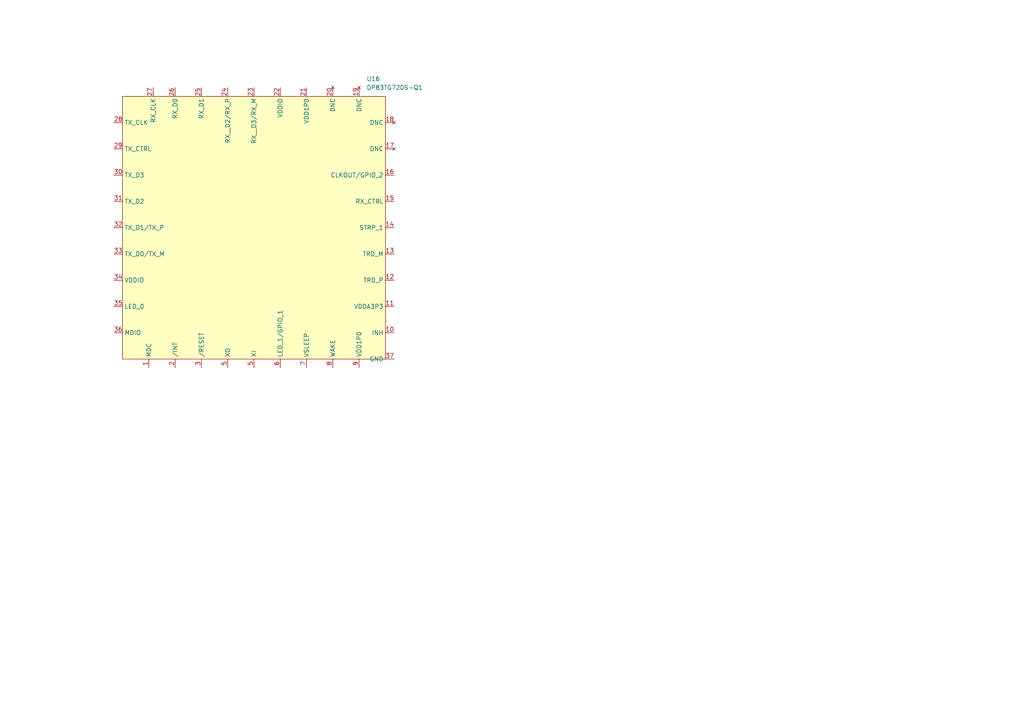
<source format=kicad_sch>
(kicad_sch (version 20250114) (generator "eeschema") (generator_version "9.0")
  (paper "A4")
  (lib_symbols
    (symbol "Bluesat:DP83TG720S-Q1"
      (property "Reference" "U" (at 41.402 42.926 0))
      (property "Value" "DP83TG720S-Q1" (at 42.418 40.64 0))
      (symbol "DP83TG720S-Q1_0_1"
        (polyline (pts (xy -38.1 38.1) (xy -38.1 -38.1) (xy 38.1 -38.1) (xy 38.1 38.1) (xy -38.1 38.1)) (fill (type background)))
      )
      (symbol "DP83TG720S-Q1_1_1"
        (pin input line (at -40.64 30.48 0) (length 2.54) (name "TX_CLK") (number "28"))
        (pin input line (at -40.64 22.86 0) (length 2.54) (name "TX_CTRL") (number "29"))
        (pin input line (at -40.64 15.24 0) (length 2.54) (name "TX_D3") (number "30"))
        (pin input line (at -40.64 7.62 0) (length 2.54) (name "TX_D2") (number "31"))
        (pin input line (at -40.64 0 0) (length 2.54) (name "TX_D1/TX_P") (number "32"))
        (pin input line (at -40.64 -7.62 0) (length 2.54) (name "TX_D0/TX_M") (number "33"))
        (pin power_in line (at -40.64 -15.24 0) (length 2.54) (name "VDDIO") (number "34"))
        (pin bidirectional line (at -40.64 -22.86 0) (length 2.54) (name "LED_0") (number "35"))
        (pin bidirectional line (at -40.64 -30.48 0) (length 2.54) (name "MDIO") (number "36"))
        (pin input line (at -30.48 -40.64 90) (length 2.54) (name "MDC") (number "1"))
        (pin output line (at -29.21 40.64 270) (length 2.54) (name "RX_CLK") (number "27"))
        (pin output line (at -22.86 40.64 270) (length 2.54) (name "RX_D0") (number "26"))
        (pin output line (at -22.86 -40.64 90) (length 2.54) (name "/INT") (number "2"))
        (pin output line (at -15.24 40.64 270) (length 2.54) (name "RX_D1") (number "25"))
        (pin input line (at -15.24 -40.64 90) (length 2.54) (name "/RESET") (number "3"))
        (pin output line (at -7.62 40.64 270) (length 2.54) (name "RX__D2/RX_P") (number "24"))
        (pin output line (at -7.62 -40.64 90) (length 2.54) (name "XO") (number "5"))
        (pin output line (at 0 40.64 270) (length 2.54) (name "RX__D3/RX_M") (number "23"))
        (pin input line (at 0 -40.64 90) (length 2.54) (name "XI") (number "5"))
        (pin power_in line (at 7.62 40.64 270) (length 2.54) (name "VDDIO") (number "22"))
        (pin bidirectional line (at 7.62 -40.64 90) (length 2.54) (name "LED_1/GPIO_1") (number "6"))
        (pin power_in line (at 15.24 40.64 270) (length 2.54) (name "VDD1P0") (number "21"))
        (pin power_in line (at 15.24 -40.64 90) (length 2.54) (name "VSLEEP") (number "7"))
        (pin no_connect line (at 22.86 40.64 270) (length 2.54) (name "DNC") (number "20"))
        (pin input line (at 22.86 -40.64 90) (length 2.54) (name "WAKE") (number "8"))
        (pin no_connect line (at 30.48 40.64 270) (length 2.54) (name "DNC") (number "19"))
        (pin power_in line (at 30.48 -40.64 90) (length 2.54) (name "VDD1P0") (number "9"))
        (pin no_connect line (at 40.64 30.48 180) (length 2.54) (name "DNC") (number "18"))
        (pin no_connect line (at 40.64 22.86 180) (length 2.54) (name "DNC") (number "17"))
        (pin bidirectional line (at 40.64 15.24 180) (length 2.54) (name "CLKOUT/GPIO_2") (number "16"))
        (pin output line (at 40.64 7.62 180) (length 2.54) (name "RX_CTRL") (number "15"))
        (pin input line (at 40.64 0 180) (length 2.54) (name "STRP_1") (number "14"))
        (pin bidirectional line (at 40.64 -7.62 180) (length 2.54) (name "TRD_M") (number "13"))
        (pin bidirectional line (at 40.64 -15.24 180) (length 2.54) (name "TRD_P") (number "12"))
        (pin power_in line (at 40.64 -22.86 180) (length 2.54) (name "VDDA3P3") (number "11"))
        (pin output line (at 40.64 -30.48 180) (length 2.54) (name "INH") (number "10"))
        (pin power_in line (at 40.64 -38.1 180) (length 2.54) (name "GND") (number "37"))
      )
    )
  )
  (symbol (lib_id "Bluesat:DP83TG720S-Q1") (at 73.66 66.04 0) (unit 1)
    (property "Reference" "U16" (at 106.2833 22.86 0) (effects (justify left)))
    (property "Value" "DP83TG720S-Q1" (at 106.2833 25.4 0) (effects (justify left)))
    (property "Footprint" "Package_DFN_QFN:Texas_RHH0036C_VQFN-36-1EP_6x6mm_P0.5mm_EP4.4x4.4mm" (effects (hide yes)))
    (property "Datasheet" "https://www.ti.com/lit/ds/symlink/dp83tg720s-q1.pdf?ts=1764383753180&ref_url=https%253A%252F%252Fwww.ti.com%252Fproduct%252FDP83TG720S-Q1" (effects (hide yes)))
  )
)
</source>
